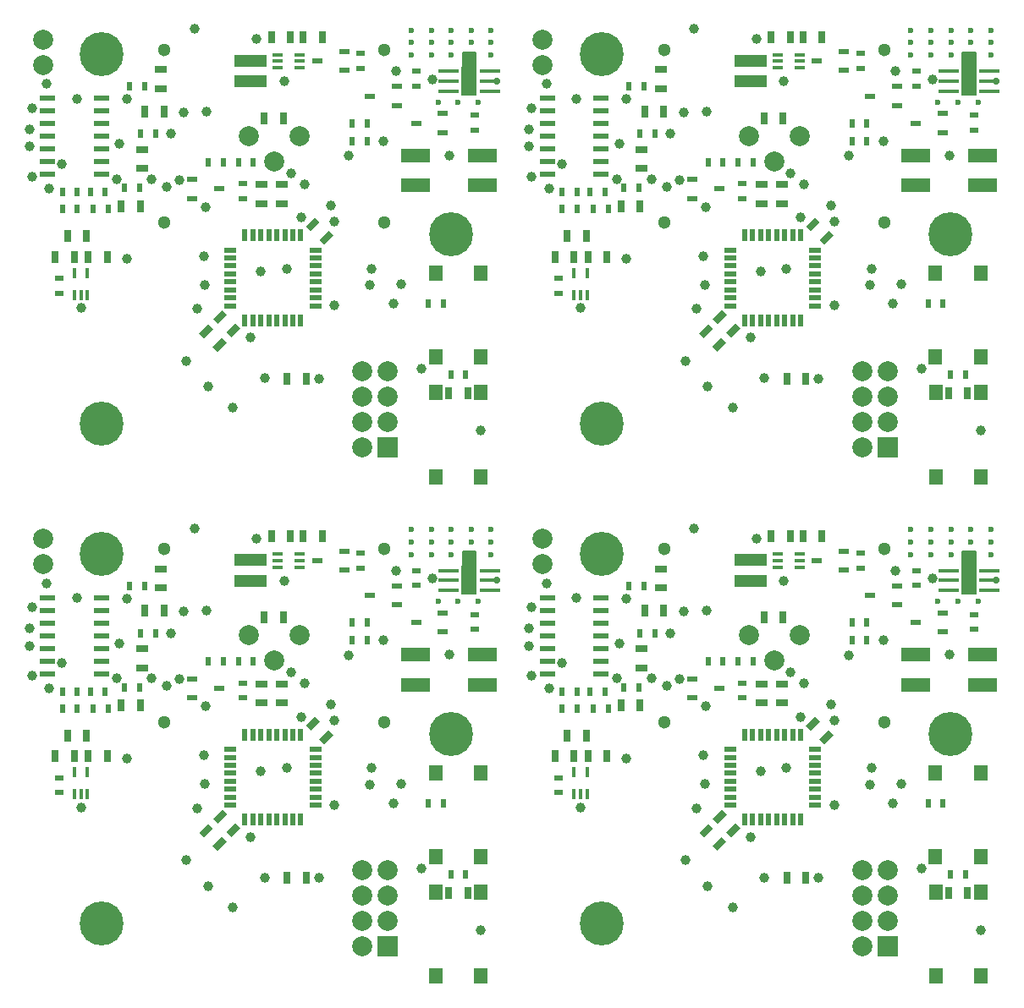
<source format=gts>
G04 #@! TF.FileFunction,Soldermask,Top*
%FSLAX46Y46*%
G04 Gerber Fmt 4.6, Leading zero omitted, Abs format (unit mm)*
G04 Created by KiCad (PCBNEW 4.0.4+dfsg1-stable) date Wed Mar  8 21:16:26 2017*
%MOMM*%
%LPD*%
G01*
G04 APERTURE LIST*
%ADD10C,0.100000*%
%ADD11C,2.000000*%
%ADD12C,1.300000*%
%ADD13R,0.700000X1.300000*%
%ADD14R,0.500000X0.900000*%
%ADD15R,1.000000X0.600000*%
%ADD16R,0.900000X0.500000*%
%ADD17R,0.500000X1.200000*%
%ADD18R,1.200000X0.500000*%
%ADD19R,2.000000X2.000000*%
%ADD20R,1.400000X1.600000*%
%ADD21R,2.000000X0.400000*%
%ADD22R,1.500000X3.000000*%
%ADD23R,3.000000X1.400000*%
%ADD24C,4.400000*%
%ADD25R,1.300000X0.700000*%
%ADD26R,3.200000X1.200000*%
%ADD27R,1.500000X0.600000*%
%ADD28R,0.400000X1.000000*%
%ADD29R,1.000000X0.350000*%
%ADD30C,0.600000*%
%ADD31C,1.000000*%
%ADD32C,0.700000*%
%ADD33C,0.200000*%
G04 APERTURE END LIST*
D10*
D11*
X119900000Y-102400000D03*
X114820000Y-102400000D03*
X117360000Y-104940000D03*
D12*
X106360000Y-111050000D03*
X106360000Y-93750000D03*
X128360000Y-93750000D03*
X128360000Y-111050000D03*
D13*
X102050000Y-109400000D03*
X103950000Y-109400000D03*
D14*
X110750000Y-105000000D03*
X112250000Y-105000000D03*
D15*
X109150000Y-106750000D03*
X109150000Y-108650000D03*
X111850000Y-107700000D03*
D16*
X114200000Y-108650000D03*
X114200000Y-107150000D03*
D14*
X102350000Y-107600000D03*
X103850000Y-107600000D03*
X98950000Y-108000000D03*
X100450000Y-108000000D03*
X96150000Y-109700000D03*
X97650000Y-109700000D03*
X96150000Y-108000000D03*
X97650000Y-108000000D03*
X99250000Y-109700000D03*
X100750000Y-109700000D03*
D17*
X120000000Y-112350000D03*
X119200000Y-112350000D03*
X118400000Y-112350000D03*
X117600000Y-112350000D03*
X116800000Y-112350000D03*
X116000000Y-112350000D03*
X115200000Y-112350000D03*
X114400000Y-112350000D03*
D18*
X112950000Y-113800000D03*
X112950000Y-114600000D03*
X112950000Y-115400000D03*
X112950000Y-116200000D03*
X112950000Y-117000000D03*
X112950000Y-117800000D03*
X112950000Y-118600000D03*
X112950000Y-119400000D03*
D17*
X114400000Y-120850000D03*
X115200000Y-120850000D03*
X116000000Y-120850000D03*
X116800000Y-120850000D03*
X117600000Y-120850000D03*
X118400000Y-120850000D03*
X119200000Y-120850000D03*
X120000000Y-120850000D03*
D18*
X121450000Y-119400000D03*
X121450000Y-118600000D03*
X121450000Y-117800000D03*
X121450000Y-117000000D03*
X121450000Y-116200000D03*
X121450000Y-115400000D03*
X121450000Y-114600000D03*
X121450000Y-113800000D03*
D19*
X128700000Y-133540000D03*
D11*
X126160000Y-133540000D03*
X128700000Y-131000000D03*
X126160000Y-131000000D03*
X128700000Y-128460000D03*
X126160000Y-128460000D03*
X128700000Y-125920000D03*
X126160000Y-125920000D03*
D13*
X120550000Y-126700000D03*
X118650000Y-126700000D03*
D10*
G36*
X112578858Y-123059619D02*
X111659619Y-123978858D01*
X111164644Y-123483883D01*
X112083883Y-122564644D01*
X112578858Y-123059619D01*
X112578858Y-123059619D01*
G37*
G36*
X111235356Y-121716117D02*
X110316117Y-122635356D01*
X109821142Y-122140381D01*
X110740381Y-121221142D01*
X111235356Y-121716117D01*
X111235356Y-121716117D01*
G37*
G36*
X120521142Y-111440381D02*
X121440381Y-110521142D01*
X121935356Y-111016117D01*
X121016117Y-111935356D01*
X120521142Y-111440381D01*
X120521142Y-111440381D01*
G37*
G36*
X121864644Y-112783883D02*
X122783883Y-111864644D01*
X123278858Y-112359619D01*
X122359619Y-113278858D01*
X121864644Y-112783883D01*
X121864644Y-112783883D01*
G37*
D20*
X133510000Y-136500000D03*
X138010000Y-136500000D03*
X133510000Y-128100000D03*
X138010000Y-128100000D03*
D10*
G36*
X113978858Y-121659619D02*
X113059619Y-122578858D01*
X112564644Y-122083883D01*
X113483883Y-121164644D01*
X113978858Y-121659619D01*
X113978858Y-121659619D01*
G37*
G36*
X112635356Y-120316117D02*
X111716117Y-121235356D01*
X111221142Y-120740381D01*
X112140381Y-119821142D01*
X112635356Y-120316117D01*
X112635356Y-120316117D01*
G37*
D21*
X138900000Y-97900000D03*
X138900000Y-96900000D03*
X138900000Y-95900000D03*
X134800000Y-95900000D03*
X134800000Y-96900000D03*
X134800000Y-97900000D03*
D22*
X136850000Y-96900000D03*
D14*
X136500000Y-126300000D03*
X135000000Y-126300000D03*
D13*
X134800000Y-128150000D03*
X136700000Y-128150000D03*
D23*
X138200000Y-104350000D03*
X138200000Y-107350000D03*
X131500000Y-104350000D03*
X131500000Y-107350000D03*
D24*
X135000000Y-112250000D03*
D20*
X133500000Y-124550000D03*
X138000000Y-124550000D03*
X133500000Y-116150000D03*
X138000000Y-116150000D03*
D14*
X134250000Y-119200000D03*
X132750000Y-119200000D03*
D25*
X118100000Y-109150000D03*
X118100000Y-107250000D03*
D13*
X117050000Y-92500000D03*
X118950000Y-92500000D03*
X122150000Y-92500000D03*
X120250000Y-92500000D03*
X118250000Y-100600000D03*
X116350000Y-100600000D03*
D25*
X116100000Y-109150000D03*
X116100000Y-107250000D03*
D14*
X113750000Y-105000000D03*
X115250000Y-105000000D03*
D26*
X115000000Y-96940000D03*
X115000000Y-94860000D03*
D14*
X103950000Y-102200000D03*
X105450000Y-102200000D03*
X102850000Y-97450000D03*
X104350000Y-97450000D03*
D11*
X94200000Y-95270000D03*
X94200000Y-92730000D03*
D25*
X106000000Y-95750000D03*
X106000000Y-97650000D03*
D27*
X100050000Y-106260000D03*
X100050000Y-104990000D03*
X100050000Y-103720000D03*
X100050000Y-102450000D03*
X100050000Y-101180000D03*
X100050000Y-99910000D03*
X100050000Y-98640000D03*
X94650000Y-98640000D03*
X94650000Y-99910000D03*
X94650000Y-101180000D03*
X94650000Y-102450000D03*
X94650000Y-103720000D03*
X94650000Y-104990000D03*
X94650000Y-106260000D03*
D25*
X104100000Y-103750000D03*
X104100000Y-105650000D03*
D24*
X100100000Y-94200000D03*
D13*
X106300000Y-99950000D03*
X104400000Y-99950000D03*
X97350000Y-114500000D03*
X95450000Y-114500000D03*
X98750000Y-114500000D03*
X100650000Y-114500000D03*
D24*
X100100000Y-131200000D03*
D13*
X96650000Y-112400000D03*
X98550000Y-112400000D03*
D28*
X97350000Y-118300000D03*
X98000000Y-118300000D03*
X98650000Y-118300000D03*
X98650000Y-116100000D03*
X97350000Y-116100000D03*
D16*
X95800000Y-118150000D03*
X95800000Y-116650000D03*
D14*
X126650000Y-102900000D03*
X125150000Y-102900000D03*
D29*
X119900000Y-95550000D03*
X119900000Y-94900000D03*
X119900000Y-94250000D03*
X117700000Y-94250000D03*
X117700000Y-94900000D03*
X117700000Y-95550000D03*
D15*
X124350000Y-95850000D03*
X124350000Y-93950000D03*
X121650000Y-94900000D03*
D16*
X126000000Y-95650000D03*
X126000000Y-94150000D03*
D14*
X125150000Y-101100000D03*
X126650000Y-101100000D03*
D30*
X131050000Y-94300000D03*
X131050000Y-93050000D03*
D15*
X129650000Y-99350000D03*
X129650000Y-97450000D03*
X126950000Y-98400000D03*
D16*
X131600000Y-97400000D03*
X131600000Y-95900000D03*
D30*
X133750000Y-99000000D03*
D16*
X137380000Y-101800000D03*
X137380000Y-100300000D03*
D30*
X137750000Y-99000000D03*
D15*
X134230000Y-102050000D03*
X134230000Y-100150000D03*
X131530000Y-101100000D03*
D30*
X135750000Y-99000000D03*
X135050000Y-94300000D03*
X135050000Y-93050000D03*
X133050000Y-93050000D03*
X133050000Y-91800000D03*
X131050000Y-91800000D03*
X133050000Y-94300000D03*
X135050000Y-91800000D03*
X137050000Y-93050000D03*
X137050000Y-91800000D03*
X137050000Y-94300000D03*
X139050000Y-93050000D03*
X139050000Y-91800000D03*
X139050000Y-94300000D03*
D11*
X169900000Y-102400000D03*
X164820000Y-102400000D03*
X167360000Y-104940000D03*
D12*
X156360000Y-111050000D03*
X156360000Y-93750000D03*
X178360000Y-93750000D03*
X178360000Y-111050000D03*
D13*
X152050000Y-109400000D03*
X153950000Y-109400000D03*
D14*
X160750000Y-105000000D03*
X162250000Y-105000000D03*
D15*
X159150000Y-106750000D03*
X159150000Y-108650000D03*
X161850000Y-107700000D03*
D16*
X164200000Y-108650000D03*
X164200000Y-107150000D03*
D14*
X152350000Y-107600000D03*
X153850000Y-107600000D03*
X148950000Y-108000000D03*
X150450000Y-108000000D03*
X146150000Y-109700000D03*
X147650000Y-109700000D03*
X146150000Y-108000000D03*
X147650000Y-108000000D03*
X149250000Y-109700000D03*
X150750000Y-109700000D03*
D17*
X170000000Y-112350000D03*
X169200000Y-112350000D03*
X168400000Y-112350000D03*
X167600000Y-112350000D03*
X166800000Y-112350000D03*
X166000000Y-112350000D03*
X165200000Y-112350000D03*
X164400000Y-112350000D03*
D18*
X162950000Y-113800000D03*
X162950000Y-114600000D03*
X162950000Y-115400000D03*
X162950000Y-116200000D03*
X162950000Y-117000000D03*
X162950000Y-117800000D03*
X162950000Y-118600000D03*
X162950000Y-119400000D03*
D17*
X164400000Y-120850000D03*
X165200000Y-120850000D03*
X166000000Y-120850000D03*
X166800000Y-120850000D03*
X167600000Y-120850000D03*
X168400000Y-120850000D03*
X169200000Y-120850000D03*
X170000000Y-120850000D03*
D18*
X171450000Y-119400000D03*
X171450000Y-118600000D03*
X171450000Y-117800000D03*
X171450000Y-117000000D03*
X171450000Y-116200000D03*
X171450000Y-115400000D03*
X171450000Y-114600000D03*
X171450000Y-113800000D03*
D19*
X178700000Y-133540000D03*
D11*
X176160000Y-133540000D03*
X178700000Y-131000000D03*
X176160000Y-131000000D03*
X178700000Y-128460000D03*
X176160000Y-128460000D03*
X178700000Y-125920000D03*
X176160000Y-125920000D03*
D13*
X170550000Y-126700000D03*
X168650000Y-126700000D03*
D10*
G36*
X162578858Y-123059619D02*
X161659619Y-123978858D01*
X161164644Y-123483883D01*
X162083883Y-122564644D01*
X162578858Y-123059619D01*
X162578858Y-123059619D01*
G37*
G36*
X161235356Y-121716117D02*
X160316117Y-122635356D01*
X159821142Y-122140381D01*
X160740381Y-121221142D01*
X161235356Y-121716117D01*
X161235356Y-121716117D01*
G37*
G36*
X170521142Y-111440381D02*
X171440381Y-110521142D01*
X171935356Y-111016117D01*
X171016117Y-111935356D01*
X170521142Y-111440381D01*
X170521142Y-111440381D01*
G37*
G36*
X171864644Y-112783883D02*
X172783883Y-111864644D01*
X173278858Y-112359619D01*
X172359619Y-113278858D01*
X171864644Y-112783883D01*
X171864644Y-112783883D01*
G37*
D20*
X183510000Y-136500000D03*
X188010000Y-136500000D03*
X183510000Y-128100000D03*
X188010000Y-128100000D03*
D10*
G36*
X163978858Y-121659619D02*
X163059619Y-122578858D01*
X162564644Y-122083883D01*
X163483883Y-121164644D01*
X163978858Y-121659619D01*
X163978858Y-121659619D01*
G37*
G36*
X162635356Y-120316117D02*
X161716117Y-121235356D01*
X161221142Y-120740381D01*
X162140381Y-119821142D01*
X162635356Y-120316117D01*
X162635356Y-120316117D01*
G37*
D21*
X188900000Y-97900000D03*
X188900000Y-96900000D03*
X188900000Y-95900000D03*
X184800000Y-95900000D03*
X184800000Y-96900000D03*
X184800000Y-97900000D03*
D22*
X186850000Y-96900000D03*
D14*
X186500000Y-126300000D03*
X185000000Y-126300000D03*
D13*
X184800000Y-128150000D03*
X186700000Y-128150000D03*
D23*
X188200000Y-104350000D03*
X188200000Y-107350000D03*
X181500000Y-104350000D03*
X181500000Y-107350000D03*
D24*
X185000000Y-112250000D03*
D20*
X183500000Y-124550000D03*
X188000000Y-124550000D03*
X183500000Y-116150000D03*
X188000000Y-116150000D03*
D14*
X184250000Y-119200000D03*
X182750000Y-119200000D03*
D25*
X168100000Y-109150000D03*
X168100000Y-107250000D03*
D13*
X167050000Y-92500000D03*
X168950000Y-92500000D03*
X172150000Y-92500000D03*
X170250000Y-92500000D03*
X168250000Y-100600000D03*
X166350000Y-100600000D03*
D25*
X166100000Y-109150000D03*
X166100000Y-107250000D03*
D14*
X163750000Y-105000000D03*
X165250000Y-105000000D03*
D26*
X165000000Y-96940000D03*
X165000000Y-94860000D03*
D14*
X153950000Y-102200000D03*
X155450000Y-102200000D03*
X152850000Y-97450000D03*
X154350000Y-97450000D03*
D11*
X144200000Y-95270000D03*
X144200000Y-92730000D03*
D25*
X156000000Y-95750000D03*
X156000000Y-97650000D03*
D27*
X150050000Y-106260000D03*
X150050000Y-104990000D03*
X150050000Y-103720000D03*
X150050000Y-102450000D03*
X150050000Y-101180000D03*
X150050000Y-99910000D03*
X150050000Y-98640000D03*
X144650000Y-98640000D03*
X144650000Y-99910000D03*
X144650000Y-101180000D03*
X144650000Y-102450000D03*
X144650000Y-103720000D03*
X144650000Y-104990000D03*
X144650000Y-106260000D03*
D25*
X154100000Y-103750000D03*
X154100000Y-105650000D03*
D24*
X150100000Y-94200000D03*
D13*
X156300000Y-99950000D03*
X154400000Y-99950000D03*
X147350000Y-114500000D03*
X145450000Y-114500000D03*
X148750000Y-114500000D03*
X150650000Y-114500000D03*
D24*
X150100000Y-131200000D03*
D13*
X146650000Y-112400000D03*
X148550000Y-112400000D03*
D28*
X147350000Y-118300000D03*
X148000000Y-118300000D03*
X148650000Y-118300000D03*
X148650000Y-116100000D03*
X147350000Y-116100000D03*
D16*
X145800000Y-118150000D03*
X145800000Y-116650000D03*
D14*
X176650000Y-102900000D03*
X175150000Y-102900000D03*
D29*
X169900000Y-95550000D03*
X169900000Y-94900000D03*
X169900000Y-94250000D03*
X167700000Y-94250000D03*
X167700000Y-94900000D03*
X167700000Y-95550000D03*
D15*
X174350000Y-95850000D03*
X174350000Y-93950000D03*
X171650000Y-94900000D03*
D16*
X176000000Y-95650000D03*
X176000000Y-94150000D03*
D14*
X175150000Y-101100000D03*
X176650000Y-101100000D03*
D30*
X181050000Y-94300000D03*
X181050000Y-93050000D03*
D15*
X179650000Y-99350000D03*
X179650000Y-97450000D03*
X176950000Y-98400000D03*
D16*
X181600000Y-97400000D03*
X181600000Y-95900000D03*
D30*
X183750000Y-99000000D03*
D16*
X187380000Y-101800000D03*
X187380000Y-100300000D03*
D30*
X187750000Y-99000000D03*
D15*
X184230000Y-102050000D03*
X184230000Y-100150000D03*
X181530000Y-101100000D03*
D30*
X185750000Y-99000000D03*
X185050000Y-94300000D03*
X185050000Y-93050000D03*
X183050000Y-93050000D03*
X183050000Y-91800000D03*
X181050000Y-91800000D03*
X183050000Y-94300000D03*
X185050000Y-91800000D03*
X187050000Y-93050000D03*
X187050000Y-91800000D03*
X187050000Y-94300000D03*
X189050000Y-93050000D03*
X189050000Y-91800000D03*
X189050000Y-94300000D03*
D11*
X169900000Y-52400000D03*
X164820000Y-52400000D03*
X167360000Y-54940000D03*
D12*
X156360000Y-61050000D03*
X156360000Y-43750000D03*
X178360000Y-43750000D03*
X178360000Y-61050000D03*
D13*
X152050000Y-59400000D03*
X153950000Y-59400000D03*
D14*
X160750000Y-55000000D03*
X162250000Y-55000000D03*
D15*
X159150000Y-56750000D03*
X159150000Y-58650000D03*
X161850000Y-57700000D03*
D16*
X164200000Y-58650000D03*
X164200000Y-57150000D03*
D14*
X152350000Y-57600000D03*
X153850000Y-57600000D03*
X148950000Y-58000000D03*
X150450000Y-58000000D03*
X146150000Y-59700000D03*
X147650000Y-59700000D03*
X146150000Y-58000000D03*
X147650000Y-58000000D03*
X149250000Y-59700000D03*
X150750000Y-59700000D03*
D17*
X170000000Y-62350000D03*
X169200000Y-62350000D03*
X168400000Y-62350000D03*
X167600000Y-62350000D03*
X166800000Y-62350000D03*
X166000000Y-62350000D03*
X165200000Y-62350000D03*
X164400000Y-62350000D03*
D18*
X162950000Y-63800000D03*
X162950000Y-64600000D03*
X162950000Y-65400000D03*
X162950000Y-66200000D03*
X162950000Y-67000000D03*
X162950000Y-67800000D03*
X162950000Y-68600000D03*
X162950000Y-69400000D03*
D17*
X164400000Y-70850000D03*
X165200000Y-70850000D03*
X166000000Y-70850000D03*
X166800000Y-70850000D03*
X167600000Y-70850000D03*
X168400000Y-70850000D03*
X169200000Y-70850000D03*
X170000000Y-70850000D03*
D18*
X171450000Y-69400000D03*
X171450000Y-68600000D03*
X171450000Y-67800000D03*
X171450000Y-67000000D03*
X171450000Y-66200000D03*
X171450000Y-65400000D03*
X171450000Y-64600000D03*
X171450000Y-63800000D03*
D19*
X178700000Y-83540000D03*
D11*
X176160000Y-83540000D03*
X178700000Y-81000000D03*
X176160000Y-81000000D03*
X178700000Y-78460000D03*
X176160000Y-78460000D03*
X178700000Y-75920000D03*
X176160000Y-75920000D03*
D13*
X170550000Y-76700000D03*
X168650000Y-76700000D03*
D10*
G36*
X162578858Y-73059619D02*
X161659619Y-73978858D01*
X161164644Y-73483883D01*
X162083883Y-72564644D01*
X162578858Y-73059619D01*
X162578858Y-73059619D01*
G37*
G36*
X161235356Y-71716117D02*
X160316117Y-72635356D01*
X159821142Y-72140381D01*
X160740381Y-71221142D01*
X161235356Y-71716117D01*
X161235356Y-71716117D01*
G37*
G36*
X170521142Y-61440381D02*
X171440381Y-60521142D01*
X171935356Y-61016117D01*
X171016117Y-61935356D01*
X170521142Y-61440381D01*
X170521142Y-61440381D01*
G37*
G36*
X171864644Y-62783883D02*
X172783883Y-61864644D01*
X173278858Y-62359619D01*
X172359619Y-63278858D01*
X171864644Y-62783883D01*
X171864644Y-62783883D01*
G37*
D20*
X183510000Y-86500000D03*
X188010000Y-86500000D03*
X183510000Y-78100000D03*
X188010000Y-78100000D03*
D10*
G36*
X163978858Y-71659619D02*
X163059619Y-72578858D01*
X162564644Y-72083883D01*
X163483883Y-71164644D01*
X163978858Y-71659619D01*
X163978858Y-71659619D01*
G37*
G36*
X162635356Y-70316117D02*
X161716117Y-71235356D01*
X161221142Y-70740381D01*
X162140381Y-69821142D01*
X162635356Y-70316117D01*
X162635356Y-70316117D01*
G37*
D21*
X188900000Y-47900000D03*
X188900000Y-46900000D03*
X188900000Y-45900000D03*
X184800000Y-45900000D03*
X184800000Y-46900000D03*
X184800000Y-47900000D03*
D22*
X186850000Y-46900000D03*
D14*
X186500000Y-76300000D03*
X185000000Y-76300000D03*
D13*
X184800000Y-78150000D03*
X186700000Y-78150000D03*
D23*
X188200000Y-54350000D03*
X188200000Y-57350000D03*
X181500000Y-54350000D03*
X181500000Y-57350000D03*
D24*
X185000000Y-62250000D03*
D20*
X183500000Y-74550000D03*
X188000000Y-74550000D03*
X183500000Y-66150000D03*
X188000000Y-66150000D03*
D14*
X184250000Y-69200000D03*
X182750000Y-69200000D03*
D25*
X168100000Y-59150000D03*
X168100000Y-57250000D03*
D13*
X167050000Y-42500000D03*
X168950000Y-42500000D03*
X172150000Y-42500000D03*
X170250000Y-42500000D03*
X168250000Y-50600000D03*
X166350000Y-50600000D03*
D25*
X166100000Y-59150000D03*
X166100000Y-57250000D03*
D14*
X163750000Y-55000000D03*
X165250000Y-55000000D03*
D26*
X165000000Y-46940000D03*
X165000000Y-44860000D03*
D14*
X153950000Y-52200000D03*
X155450000Y-52200000D03*
X152850000Y-47450000D03*
X154350000Y-47450000D03*
D11*
X144200000Y-45270000D03*
X144200000Y-42730000D03*
D25*
X156000000Y-45750000D03*
X156000000Y-47650000D03*
D27*
X150050000Y-56260000D03*
X150050000Y-54990000D03*
X150050000Y-53720000D03*
X150050000Y-52450000D03*
X150050000Y-51180000D03*
X150050000Y-49910000D03*
X150050000Y-48640000D03*
X144650000Y-48640000D03*
X144650000Y-49910000D03*
X144650000Y-51180000D03*
X144650000Y-52450000D03*
X144650000Y-53720000D03*
X144650000Y-54990000D03*
X144650000Y-56260000D03*
D25*
X154100000Y-53750000D03*
X154100000Y-55650000D03*
D24*
X150100000Y-44200000D03*
D13*
X156300000Y-49950000D03*
X154400000Y-49950000D03*
X147350000Y-64500000D03*
X145450000Y-64500000D03*
X148750000Y-64500000D03*
X150650000Y-64500000D03*
D24*
X150100000Y-81200000D03*
D13*
X146650000Y-62400000D03*
X148550000Y-62400000D03*
D28*
X147350000Y-68300000D03*
X148000000Y-68300000D03*
X148650000Y-68300000D03*
X148650000Y-66100000D03*
X147350000Y-66100000D03*
D16*
X145800000Y-68150000D03*
X145800000Y-66650000D03*
D14*
X176650000Y-52900000D03*
X175150000Y-52900000D03*
D29*
X169900000Y-45550000D03*
X169900000Y-44900000D03*
X169900000Y-44250000D03*
X167700000Y-44250000D03*
X167700000Y-44900000D03*
X167700000Y-45550000D03*
D15*
X174350000Y-45850000D03*
X174350000Y-43950000D03*
X171650000Y-44900000D03*
D16*
X176000000Y-45650000D03*
X176000000Y-44150000D03*
D14*
X175150000Y-51100000D03*
X176650000Y-51100000D03*
D30*
X181050000Y-44300000D03*
X181050000Y-43050000D03*
D15*
X179650000Y-49350000D03*
X179650000Y-47450000D03*
X176950000Y-48400000D03*
D16*
X181600000Y-47400000D03*
X181600000Y-45900000D03*
D30*
X183750000Y-49000000D03*
D16*
X187380000Y-51800000D03*
X187380000Y-50300000D03*
D30*
X187750000Y-49000000D03*
D15*
X184230000Y-52050000D03*
X184230000Y-50150000D03*
X181530000Y-51100000D03*
D30*
X185750000Y-49000000D03*
X185050000Y-44300000D03*
X185050000Y-43050000D03*
X183050000Y-43050000D03*
X183050000Y-41800000D03*
X181050000Y-41800000D03*
X183050000Y-44300000D03*
X185050000Y-41800000D03*
X187050000Y-43050000D03*
X187050000Y-41800000D03*
X187050000Y-44300000D03*
X189050000Y-43050000D03*
X189050000Y-41800000D03*
X189050000Y-44300000D03*
D20*
X133510000Y-86500000D03*
X138010000Y-86500000D03*
X133510000Y-78100000D03*
X138010000Y-78100000D03*
D30*
X137050000Y-44300000D03*
X139050000Y-44300000D03*
X131050000Y-44300000D03*
X135050000Y-44300000D03*
X133050000Y-44300000D03*
X137050000Y-41800000D03*
X139050000Y-41800000D03*
X131050000Y-41800000D03*
X135050000Y-41800000D03*
X133050000Y-41800000D03*
X139050000Y-43050000D03*
X137050000Y-43050000D03*
X131050000Y-43050000D03*
X133050000Y-43050000D03*
X135050000Y-43050000D03*
X137750000Y-49000000D03*
X135750000Y-49000000D03*
X133750000Y-49000000D03*
D16*
X137380000Y-51800000D03*
X137380000Y-50300000D03*
D15*
X134230000Y-52050000D03*
X134230000Y-50150000D03*
X131530000Y-51100000D03*
D24*
X100100000Y-44200000D03*
X135000000Y-62250000D03*
D17*
X120000000Y-62350000D03*
X119200000Y-62350000D03*
X118400000Y-62350000D03*
X117600000Y-62350000D03*
X116800000Y-62350000D03*
X116000000Y-62350000D03*
X115200000Y-62350000D03*
X114400000Y-62350000D03*
D18*
X112950000Y-63800000D03*
X112950000Y-64600000D03*
X112950000Y-65400000D03*
X112950000Y-66200000D03*
X112950000Y-67000000D03*
X112950000Y-67800000D03*
X112950000Y-68600000D03*
X112950000Y-69400000D03*
D17*
X114400000Y-70850000D03*
X115200000Y-70850000D03*
X116000000Y-70850000D03*
X116800000Y-70850000D03*
X117600000Y-70850000D03*
X118400000Y-70850000D03*
X119200000Y-70850000D03*
X120000000Y-70850000D03*
D18*
X121450000Y-69400000D03*
X121450000Y-68600000D03*
X121450000Y-67800000D03*
X121450000Y-67000000D03*
X121450000Y-66200000D03*
X121450000Y-65400000D03*
X121450000Y-64600000D03*
X121450000Y-63800000D03*
D13*
X120550000Y-76700000D03*
X118650000Y-76700000D03*
D14*
X126650000Y-52900000D03*
X125150000Y-52900000D03*
D10*
G36*
X113978858Y-71659619D02*
X113059619Y-72578858D01*
X112564644Y-72083883D01*
X113483883Y-71164644D01*
X113978858Y-71659619D01*
X113978858Y-71659619D01*
G37*
G36*
X112635356Y-70316117D02*
X111716117Y-71235356D01*
X111221142Y-70740381D01*
X112140381Y-69821142D01*
X112635356Y-70316117D01*
X112635356Y-70316117D01*
G37*
G36*
X120521142Y-61440381D02*
X121440381Y-60521142D01*
X121935356Y-61016117D01*
X121016117Y-61935356D01*
X120521142Y-61440381D01*
X120521142Y-61440381D01*
G37*
G36*
X121864644Y-62783883D02*
X122783883Y-61864644D01*
X123278858Y-62359619D01*
X122359619Y-63278858D01*
X121864644Y-62783883D01*
X121864644Y-62783883D01*
G37*
G36*
X112578858Y-73059619D02*
X111659619Y-73978858D01*
X111164644Y-73483883D01*
X112083883Y-72564644D01*
X112578858Y-73059619D01*
X112578858Y-73059619D01*
G37*
G36*
X111235356Y-71716117D02*
X110316117Y-72635356D01*
X109821142Y-72140381D01*
X110740381Y-71221142D01*
X111235356Y-71716117D01*
X111235356Y-71716117D01*
G37*
D25*
X118100000Y-59150000D03*
X118100000Y-57250000D03*
X116100000Y-59150000D03*
X116100000Y-57250000D03*
D13*
X134800000Y-78150000D03*
X136700000Y-78150000D03*
X118250000Y-50600000D03*
X116350000Y-50600000D03*
X106300000Y-49950000D03*
X104400000Y-49950000D03*
D25*
X106000000Y-45750000D03*
X106000000Y-47650000D03*
D13*
X96650000Y-62400000D03*
X98550000Y-62400000D03*
D25*
X104100000Y-53750000D03*
X104100000Y-55650000D03*
D13*
X102050000Y-59400000D03*
X103950000Y-59400000D03*
X98750000Y-64500000D03*
X100650000Y-64500000D03*
X97350000Y-64500000D03*
X95450000Y-64500000D03*
X122150000Y-42500000D03*
X120250000Y-42500000D03*
X117050000Y-42500000D03*
X118950000Y-42500000D03*
D11*
X94200000Y-45270000D03*
X94200000Y-42730000D03*
D15*
X124350000Y-45850000D03*
X124350000Y-43950000D03*
X121650000Y-44900000D03*
D14*
X136500000Y-76300000D03*
X135000000Y-76300000D03*
X125150000Y-51100000D03*
X126650000Y-51100000D03*
X134250000Y-69200000D03*
X132750000Y-69200000D03*
X113750000Y-55000000D03*
X115250000Y-55000000D03*
X110750000Y-55000000D03*
X112250000Y-55000000D03*
X102850000Y-47450000D03*
X104350000Y-47450000D03*
X103950000Y-52200000D03*
X105450000Y-52200000D03*
X96150000Y-58000000D03*
X97650000Y-58000000D03*
X98950000Y-58000000D03*
X100450000Y-58000000D03*
X102350000Y-57600000D03*
X103850000Y-57600000D03*
D16*
X126000000Y-45650000D03*
X126000000Y-44150000D03*
X95800000Y-68150000D03*
X95800000Y-66650000D03*
D27*
X100050000Y-56260000D03*
X100050000Y-54990000D03*
X100050000Y-53720000D03*
X100050000Y-52450000D03*
X100050000Y-51180000D03*
X100050000Y-49910000D03*
X100050000Y-48640000D03*
X94650000Y-48640000D03*
X94650000Y-49910000D03*
X94650000Y-51180000D03*
X94650000Y-52450000D03*
X94650000Y-53720000D03*
X94650000Y-54990000D03*
X94650000Y-56260000D03*
D28*
X97350000Y-68300000D03*
X98000000Y-68300000D03*
X98650000Y-68300000D03*
X98650000Y-66100000D03*
X97350000Y-66100000D03*
D26*
X115000000Y-46940000D03*
X115000000Y-44860000D03*
D29*
X119900000Y-45550000D03*
X119900000Y-44900000D03*
X119900000Y-44250000D03*
X117700000Y-44250000D03*
X117700000Y-44900000D03*
X117700000Y-45550000D03*
D14*
X96150000Y-59700000D03*
X97650000Y-59700000D03*
X99250000Y-59700000D03*
X100750000Y-59700000D03*
D20*
X133500000Y-74550000D03*
X138000000Y-74550000D03*
X133500000Y-66150000D03*
X138000000Y-66150000D03*
D15*
X129650000Y-49350000D03*
X129650000Y-47450000D03*
X126950000Y-48400000D03*
D16*
X131600000Y-47400000D03*
X131600000Y-45900000D03*
D15*
X109150000Y-56750000D03*
X109150000Y-58650000D03*
X111850000Y-57700000D03*
D16*
X114200000Y-58650000D03*
X114200000Y-57150000D03*
D24*
X100100000Y-81200000D03*
D21*
X138900000Y-47900000D03*
X138900000Y-46900000D03*
X138900000Y-45900000D03*
X134800000Y-45900000D03*
X134800000Y-46900000D03*
X134800000Y-47900000D03*
D22*
X136850000Y-46900000D03*
D23*
X138200000Y-54350000D03*
X138200000Y-57350000D03*
X131500000Y-54350000D03*
X131500000Y-57350000D03*
D19*
X128700000Y-83540000D03*
D11*
X126160000Y-83540000D03*
X128700000Y-81000000D03*
X126160000Y-81000000D03*
X128700000Y-78460000D03*
X126160000Y-78460000D03*
X128700000Y-75920000D03*
X126160000Y-75920000D03*
X119900000Y-52400000D03*
X114820000Y-52400000D03*
X117360000Y-54940000D03*
D12*
X106360000Y-61050000D03*
X106360000Y-43750000D03*
X128360000Y-43750000D03*
X128360000Y-61050000D03*
D31*
X138000000Y-124550000D03*
X138000000Y-116150000D03*
X138010000Y-131900000D03*
D32*
X139600000Y-96900000D03*
D31*
X134900000Y-104350000D03*
X123350000Y-110950006D03*
X121800000Y-126700000D03*
X102600000Y-114700000D03*
X98000000Y-119600000D03*
X116000000Y-116000000D03*
X110500000Y-109500000D03*
X119000000Y-106100000D03*
X92850000Y-101700000D03*
X188000000Y-124550000D03*
X188000000Y-116150000D03*
X188010000Y-131900000D03*
D32*
X189600000Y-96900000D03*
D31*
X184900000Y-104350000D03*
X173350000Y-110950006D03*
X171800000Y-126700000D03*
X152600000Y-114700000D03*
X148000000Y-119600000D03*
X166000000Y-116000000D03*
X160500000Y-109500000D03*
X169000000Y-106100000D03*
X142850000Y-101700000D03*
X188000000Y-74550000D03*
X188000000Y-66150000D03*
X188010000Y-81900000D03*
D32*
X189600000Y-46900000D03*
D31*
X184900000Y-54350000D03*
X173350000Y-60950006D03*
X171800000Y-76700000D03*
X152600000Y-64700000D03*
X148000000Y-69600000D03*
X166000000Y-66000000D03*
X160500000Y-59500000D03*
X169000000Y-56100000D03*
X142850000Y-51700000D03*
X138000000Y-74550000D03*
X138000000Y-66150000D03*
X134900000Y-54350000D03*
X138010000Y-81900000D03*
D32*
X139600000Y-46900000D03*
D31*
X121800000Y-76700000D03*
X116000000Y-66000000D03*
X119000000Y-56100000D03*
X110500000Y-59500000D03*
X123350000Y-60950006D03*
X102600000Y-64700000D03*
X92850000Y-51700000D03*
X98000000Y-69600000D03*
X123050000Y-109350000D03*
X120350000Y-107200008D03*
X116400000Y-126660000D03*
X173050000Y-109350000D03*
X170350000Y-107200008D03*
X166400000Y-126660000D03*
X173050000Y-59350000D03*
X170350000Y-57200008D03*
X166400000Y-76660000D03*
X123050000Y-59350000D03*
X116400000Y-76660000D03*
X120350000Y-57200008D03*
X132100000Y-125700000D03*
X127099994Y-115700000D03*
X118599998Y-115700000D03*
X182100000Y-125700000D03*
X177099994Y-115700000D03*
X168599998Y-115700000D03*
X182100000Y-75700000D03*
X177099994Y-65700000D03*
X168599998Y-65700000D03*
X127099994Y-65700000D03*
X132100000Y-75700000D03*
X118599998Y-65700000D03*
X133200000Y-96700000D03*
X129492798Y-95900000D03*
X94850000Y-107699988D03*
X101850000Y-103200000D03*
X105100000Y-106700000D03*
X109350000Y-91700000D03*
X183200000Y-96700000D03*
X179492798Y-95900000D03*
X144850000Y-107699988D03*
X151850000Y-103200000D03*
X155100000Y-106700000D03*
X159350000Y-91700000D03*
X183200000Y-46700000D03*
X179492798Y-45900000D03*
X144850000Y-57699988D03*
X151850000Y-53200000D03*
X155100000Y-56700000D03*
X159350000Y-41700000D03*
X129492798Y-45900000D03*
X133200000Y-46700000D03*
X94850000Y-57699988D03*
X101850000Y-53200000D03*
X105100000Y-56700000D03*
X109350000Y-41700000D03*
X115600000Y-92700000D03*
X118350000Y-96950000D03*
X165600000Y-92700000D03*
X168350000Y-96950000D03*
X165600000Y-42700000D03*
X168350000Y-46950000D03*
X115600000Y-42700000D03*
X118350000Y-46950000D03*
X110600000Y-99950000D03*
X108300000Y-100000000D03*
X160600000Y-99950000D03*
X158300000Y-100000000D03*
X160600000Y-49950000D03*
X158300000Y-50000000D03*
X108300000Y-50000000D03*
X110600000Y-49950000D03*
X107000000Y-102199998D03*
X102600000Y-98700000D03*
X157000000Y-102199998D03*
X152600000Y-98700000D03*
X157000000Y-52199998D03*
X152600000Y-48700000D03*
X107000000Y-52199998D03*
X102600000Y-48700000D03*
X101600000Y-106700000D03*
X96100000Y-105200000D03*
X151600000Y-106700000D03*
X146100000Y-105200000D03*
X151600000Y-56700000D03*
X146100000Y-55200000D03*
X101600000Y-56700000D03*
X96100000Y-55200000D03*
X123350000Y-119350000D03*
X173350000Y-119350000D03*
X173350000Y-69350000D03*
X123350000Y-69350000D03*
X129250000Y-119200000D03*
X179250000Y-119200000D03*
X179250000Y-69200000D03*
X129250000Y-69200000D03*
X93100000Y-99610000D03*
X143100000Y-99610000D03*
X143100000Y-49610000D03*
X93100000Y-49610000D03*
X106600000Y-107450000D03*
X94600000Y-97200000D03*
X97600000Y-98650002D03*
X156600000Y-107450000D03*
X144600000Y-97200000D03*
X147600000Y-98650002D03*
X156600000Y-57450000D03*
X144600000Y-47200000D03*
X147600000Y-48650002D03*
X97600000Y-48650002D03*
X94600000Y-47200000D03*
X106600000Y-57450000D03*
X113200000Y-129600000D03*
X163200000Y-129600000D03*
X163200000Y-79600000D03*
X113200000Y-79600000D03*
X110300000Y-114395980D03*
X160300000Y-114395980D03*
X160300000Y-64395980D03*
X110300000Y-64395980D03*
X110700000Y-127500000D03*
X160700000Y-127500000D03*
X160700000Y-77500000D03*
X110700000Y-77500000D03*
X108500000Y-124900000D03*
X158500000Y-124900000D03*
X158500000Y-74900000D03*
X108500000Y-74900000D03*
X110400000Y-117300000D03*
X160400000Y-117300000D03*
X160400000Y-67300000D03*
X110400000Y-67300000D03*
X109600002Y-119700000D03*
X159600002Y-119700000D03*
X159600002Y-69700000D03*
X109600002Y-69700000D03*
X120014475Y-110558746D03*
X115000000Y-122600000D03*
X170014475Y-110558746D03*
X165000000Y-122600000D03*
X170014475Y-60558746D03*
X165000000Y-72600000D03*
X115000000Y-72600000D03*
X120014475Y-60558746D03*
X92850000Y-103450000D03*
X142850000Y-103450000D03*
X142850000Y-53450000D03*
X92850000Y-53450000D03*
X130050000Y-117250000D03*
X126950000Y-117350000D03*
X180050000Y-117250000D03*
X176950000Y-117350000D03*
X180050000Y-67250000D03*
X176950000Y-67350000D03*
X130050000Y-67250000D03*
X126950000Y-67350000D03*
X128300000Y-102900000D03*
X124800000Y-104400000D03*
X178300000Y-102900000D03*
X174800000Y-104400000D03*
X178300000Y-52900000D03*
X174800000Y-54400000D03*
X128300000Y-52900000D03*
X124800000Y-54400000D03*
X93100000Y-106450000D03*
X107900000Y-106800000D03*
X143100000Y-106450000D03*
X157900000Y-106800000D03*
X143100000Y-56450000D03*
X157900000Y-56800000D03*
X107900000Y-56800000D03*
X93100000Y-56450000D03*
D33*
G36*
X137500000Y-45600000D02*
X136200000Y-45600000D01*
X136200000Y-44000000D01*
X137500000Y-44000000D01*
X137500000Y-45600000D01*
X137500000Y-45600000D01*
G37*
X137500000Y-45600000D02*
X136200000Y-45600000D01*
X136200000Y-44000000D01*
X137500000Y-44000000D01*
X137500000Y-45600000D01*
G36*
X187500000Y-45600000D02*
X186200000Y-45600000D01*
X186200000Y-44000000D01*
X187500000Y-44000000D01*
X187500000Y-45600000D01*
X187500000Y-45600000D01*
G37*
X187500000Y-45600000D02*
X186200000Y-45600000D01*
X186200000Y-44000000D01*
X187500000Y-44000000D01*
X187500000Y-45600000D01*
G36*
X187500000Y-95600000D02*
X186200000Y-95600000D01*
X186200000Y-94000000D01*
X187500000Y-94000000D01*
X187500000Y-95600000D01*
X187500000Y-95600000D01*
G37*
X187500000Y-95600000D02*
X186200000Y-95600000D01*
X186200000Y-94000000D01*
X187500000Y-94000000D01*
X187500000Y-95600000D01*
G36*
X137500000Y-95600000D02*
X136200000Y-95600000D01*
X136200000Y-94000000D01*
X137500000Y-94000000D01*
X137500000Y-95600000D01*
X137500000Y-95600000D01*
G37*
X137500000Y-95600000D02*
X136200000Y-95600000D01*
X136200000Y-94000000D01*
X137500000Y-94000000D01*
X137500000Y-95600000D01*
M02*

</source>
